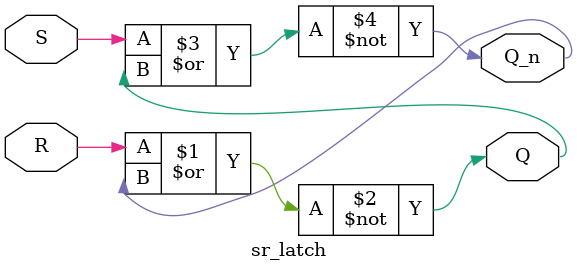
<source format=v>
module sr_latch
(
   input wire S,
   input wire R,
   output wire Q,
   output wire Q_n
);

//NOR gates to assign Q and Q not
assign Q = ~(R | Q_n);
assign Q_n = ~(S | Q);

endmodule

</source>
